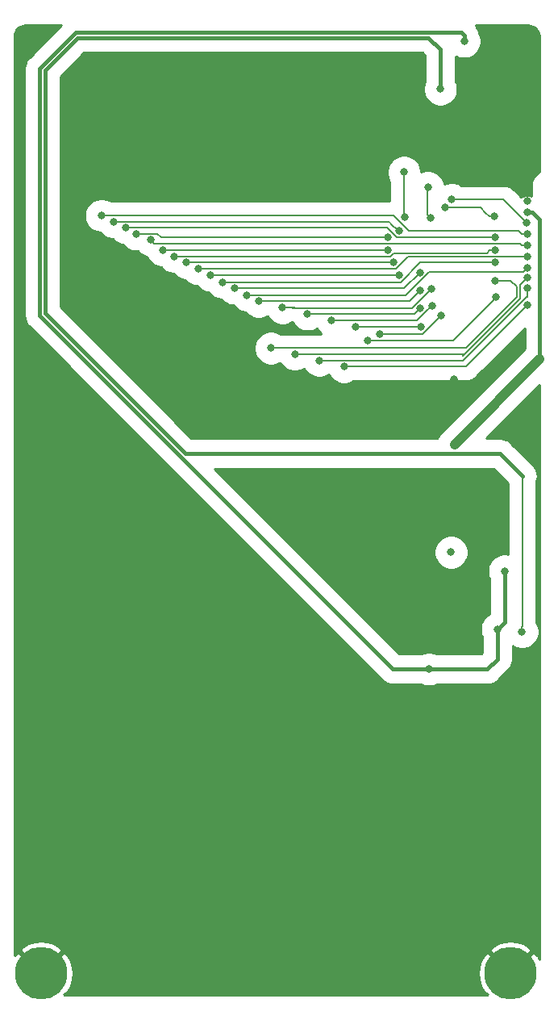
<source format=gbr>
G04 #@! TF.GenerationSoftware,KiCad,Pcbnew,(5.1.4)-1*
G04 #@! TF.CreationDate,2019-12-31T12:49:38+08:00*
G04 #@! TF.ProjectId,FH26W-45S-0.3SHW-DIP,46483236-572d-4343-9553-2d302e335348,rev?*
G04 #@! TF.SameCoordinates,Original*
G04 #@! TF.FileFunction,Copper,L1,Top*
G04 #@! TF.FilePolarity,Positive*
%FSLAX46Y46*%
G04 Gerber Fmt 4.6, Leading zero omitted, Abs format (unit mm)*
G04 Created by KiCad (PCBNEW (5.1.4)-1) date 2019-12-31 12:49:38*
%MOMM*%
%LPD*%
G04 APERTURE LIST*
%ADD10C,5.500000*%
%ADD11C,0.800000*%
%ADD12C,0.400000*%
%ADD13C,0.200000*%
%ADD14C,1.000000*%
%ADD15C,0.254000*%
G04 APERTURE END LIST*
D10*
X148700000Y-126300000D03*
X99400000Y-126300000D03*
D11*
X143840000Y-28500000D03*
X140130000Y-94370000D03*
X147320000Y-90170000D03*
X148082000Y-84074000D03*
X150430000Y-45290000D03*
X145070000Y-35680000D03*
X143910000Y-87340000D03*
X147828000Y-77978000D03*
X138684000Y-76200000D03*
X137414000Y-90424000D03*
X142760000Y-63920000D03*
X145920000Y-27190000D03*
X142470000Y-82110000D03*
X150450000Y-46470000D03*
X142810000Y-70800000D03*
X137520000Y-42240000D03*
X137570000Y-46980000D03*
X147040000Y-46880000D03*
X141860000Y-45950000D03*
X150420000Y-47550000D03*
X142550000Y-45100000D03*
X150460000Y-48720000D03*
X105760000Y-46780000D03*
X147070000Y-49080000D03*
X108310000Y-48080000D03*
X150450000Y-49920000D03*
X110910000Y-49350000D03*
X147070000Y-50419999D03*
X113390000Y-51070000D03*
X150450000Y-51110000D03*
X115920000Y-52380000D03*
X147090000Y-51720000D03*
X118450000Y-53780000D03*
X150430000Y-52310000D03*
X121020000Y-55140000D03*
X147050000Y-53620000D03*
X123570000Y-60690000D03*
X150450000Y-53330000D03*
X126050001Y-61329999D03*
X150470000Y-54370000D03*
X128610000Y-61980000D03*
X131220000Y-62630000D03*
X150470000Y-56200000D03*
X147210000Y-55320000D03*
X133690000Y-59860000D03*
X140030000Y-43850000D03*
X140270000Y-47040000D03*
X137010000Y-48350000D03*
X107000000Y-47430000D03*
X135790000Y-49080000D03*
X109450000Y-48730000D03*
X135785381Y-50405380D03*
X112200000Y-50400000D03*
X136400134Y-51720134D03*
X114690000Y-51720000D03*
X136979759Y-53059759D03*
X117220000Y-53060000D03*
X139175380Y-52745380D03*
X119710000Y-54410000D03*
X139240000Y-54670000D03*
X122250000Y-55790000D03*
X140385760Y-54445760D03*
X124770000Y-56460000D03*
X139245380Y-56505380D03*
X127400000Y-57120000D03*
X140440000Y-56230000D03*
X129910000Y-57770000D03*
X139300000Y-58430000D03*
X132430000Y-58420000D03*
X141430000Y-57260000D03*
X134990000Y-59210000D03*
X141350000Y-33520000D03*
X149920000Y-90440000D03*
D12*
X136370000Y-94370000D02*
X140130000Y-94370000D01*
X143840000Y-28500000D02*
X143840000Y-27910000D01*
X143840000Y-27910000D02*
X143490000Y-27560000D01*
X143490000Y-27560000D02*
X103040000Y-27560000D01*
X103040000Y-27560000D02*
X99270000Y-31330000D01*
X99270000Y-31330000D02*
X99270000Y-57270000D01*
X99270000Y-57270000D02*
X136370000Y-94370000D01*
X147320000Y-90170000D02*
X148082000Y-89408000D01*
X148082000Y-89408000D02*
X148082000Y-84074000D01*
X140130000Y-94370000D02*
X146280000Y-94370000D01*
X147320000Y-93330000D02*
X147320000Y-90170000D01*
X146280000Y-94370000D02*
X147320000Y-93330000D01*
D13*
X150430000Y-41040000D02*
X145070000Y-35680000D01*
X150430000Y-45290000D02*
X150430000Y-41040000D01*
D12*
X151780000Y-47234315D02*
X151780000Y-61830000D01*
X151015685Y-46470000D02*
X151780000Y-47234315D01*
X150450000Y-46470000D02*
X151015685Y-46470000D01*
D14*
X142810000Y-70800000D02*
X151780000Y-61830000D01*
D13*
X137520000Y-42240000D02*
X137520000Y-42805685D01*
X137520000Y-42805685D02*
X137520000Y-46930000D01*
X137520000Y-46930000D02*
X137570000Y-46980000D01*
X147040000Y-46880000D02*
X146474315Y-46880000D01*
X145544314Y-45950000D02*
X146087157Y-46492843D01*
X141860000Y-45950000D02*
X145544314Y-45950000D01*
X146474315Y-46880000D02*
X146087157Y-46492843D01*
X150420000Y-47550000D02*
X147970000Y-45100000D01*
X147970000Y-45100000D02*
X142550000Y-45100000D01*
X106090000Y-46780000D02*
X105760000Y-46780000D01*
X138012002Y-48390000D02*
X136402002Y-46780000D01*
X149894315Y-48720000D02*
X149564315Y-48390000D01*
X136402002Y-46780000D02*
X106090000Y-46780000D01*
X150460000Y-48720000D02*
X149894315Y-48720000D01*
X149564315Y-48390000D02*
X138012002Y-48390000D01*
X136752002Y-49080000D02*
X147070000Y-49080000D01*
X135752001Y-48079999D02*
X136752002Y-49080000D01*
X108310000Y-48080000D02*
X109000001Y-48079999D01*
X109000001Y-48079999D02*
X135752001Y-48079999D01*
X149734313Y-49769998D02*
X149884315Y-49920000D01*
X149710000Y-49730000D02*
X149900000Y-49920000D01*
X131980000Y-49730000D02*
X149710000Y-49730000D01*
X131970000Y-49740000D02*
X131980000Y-49730000D01*
X149900000Y-49920000D02*
X150450000Y-49920000D01*
X149884315Y-49920000D02*
X149900000Y-49920000D01*
X110910000Y-49350000D02*
X111309999Y-49749999D01*
X111309999Y-49749999D02*
X112949999Y-49749999D01*
X112949999Y-49749999D02*
X112959998Y-49740000D01*
X112959998Y-49740000D02*
X131970000Y-49740000D01*
X146204325Y-50719989D02*
X136390011Y-50719989D01*
X147070000Y-50419999D02*
X146504315Y-50419999D01*
X146504315Y-50419999D02*
X146204325Y-50719989D01*
X136390011Y-50719989D02*
X136040001Y-51069999D01*
X113939998Y-51070000D02*
X113939999Y-51069999D01*
X113390000Y-51070000D02*
X113939998Y-51070000D01*
X136040001Y-51069999D02*
X113939999Y-51069999D01*
X113939999Y-51069999D02*
X113780001Y-51069999D01*
X150409999Y-51069999D02*
X137969508Y-51069999D01*
X150450000Y-51110000D02*
X150409999Y-51069999D01*
X137969508Y-51069999D02*
X136659507Y-52380000D01*
X115920000Y-52380000D02*
X117250000Y-52380000D01*
X136659507Y-52380000D02*
X117250000Y-52380000D01*
X117250000Y-52380000D02*
X117110000Y-52380000D01*
X118470000Y-53760000D02*
X118450000Y-53780000D01*
X137198758Y-53760000D02*
X118470000Y-53760000D01*
X147090000Y-51720000D02*
X139238758Y-51720000D01*
X139238758Y-51720000D02*
X137198758Y-53760000D01*
X150030001Y-52709999D02*
X140130001Y-52709999D01*
X150430000Y-52310000D02*
X150030001Y-52709999D01*
X140130001Y-52709999D02*
X137700001Y-55139999D01*
X121239999Y-55139999D02*
X121090000Y-54990000D01*
X121585686Y-55139999D02*
X121710001Y-55139999D01*
X121020000Y-55140000D02*
X121585686Y-55139999D01*
X137700001Y-55139999D02*
X121710001Y-55139999D01*
X121710001Y-55139999D02*
X121239999Y-55139999D01*
X147050000Y-53620000D02*
X148690000Y-53620000D01*
X149330000Y-54260000D02*
X149330000Y-55365012D01*
X148690000Y-53620000D02*
X149330000Y-54260000D01*
X149330000Y-55365012D02*
X144015014Y-60679998D01*
X124819996Y-60690000D02*
X124829998Y-60679998D01*
X123570000Y-60690000D02*
X124819996Y-60690000D01*
X144015014Y-60679998D02*
X124829998Y-60679998D01*
X124829998Y-60679998D02*
X124700002Y-60679998D01*
X150450000Y-53330000D02*
X149720000Y-54060000D01*
X149720000Y-54060000D02*
X149720000Y-55470000D01*
X143945000Y-61245000D02*
X143860001Y-61329999D01*
X143945000Y-61245000D02*
X143700000Y-61490000D01*
X149720000Y-55470000D02*
X143945000Y-61245000D01*
X125910001Y-61329999D02*
X125830000Y-61410000D01*
X143860001Y-61329999D02*
X126050001Y-61329999D01*
X126050001Y-61329999D02*
X125910001Y-61329999D01*
X150470000Y-54935685D02*
X150460000Y-54945685D01*
X150470000Y-54370000D02*
X150470000Y-54935685D01*
X150460000Y-54945685D02*
X150460000Y-55340000D01*
X150470000Y-55237998D02*
X149790000Y-55917998D01*
X150470000Y-54370000D02*
X150470000Y-55237998D01*
X149790000Y-55917998D02*
X149790000Y-55920000D01*
X149790000Y-55920000D02*
X143730001Y-61979999D01*
X143730001Y-61979999D02*
X129560001Y-61979999D01*
X129175685Y-61980000D02*
X128610000Y-61980000D01*
X129300001Y-61979999D02*
X129175685Y-61980000D01*
X129300001Y-61979999D02*
X129200001Y-61979999D01*
X129560001Y-61979999D02*
X129300001Y-61979999D01*
X144040000Y-62630000D02*
X142190000Y-62630000D01*
X150470000Y-56200000D02*
X144040000Y-62630000D01*
X142460000Y-62630000D02*
X142190000Y-62630000D01*
X142190000Y-62630000D02*
X131220000Y-62630000D01*
X146810001Y-55719999D02*
X146800001Y-55719999D01*
X147210000Y-55320000D02*
X146810001Y-55719999D01*
X146800001Y-55719999D02*
X142660000Y-59860000D01*
X142660000Y-59860000D02*
X133690000Y-59860000D01*
X139960000Y-43880000D02*
X139990000Y-43850000D01*
X139960000Y-46730000D02*
X139960000Y-43880000D01*
X140270000Y-47040000D02*
X139960000Y-46730000D01*
X136990000Y-48330000D02*
X136820000Y-48330000D01*
X137010000Y-48350000D02*
X136990000Y-48330000D01*
X136820000Y-48330000D02*
X136200000Y-47710000D01*
X136200000Y-47710000D02*
X136060000Y-47570000D01*
X136060000Y-47570000D02*
X135919999Y-47429999D01*
X107529998Y-47430000D02*
X107529999Y-47429999D01*
X107000000Y-47430000D02*
X107529998Y-47430000D01*
X135919999Y-47429999D02*
X107529999Y-47429999D01*
X107529999Y-47429999D02*
X107220001Y-47429999D01*
X135790000Y-49080000D02*
X125780000Y-49080000D01*
X125780000Y-49080000D02*
X125030000Y-49080000D01*
X125030000Y-49080000D02*
X112020000Y-49080000D01*
X112020000Y-49080000D02*
X111640000Y-48700000D01*
X111640000Y-48700000D02*
X109480000Y-48700000D01*
X109480000Y-48700000D02*
X109450000Y-48730000D01*
X135219696Y-50405380D02*
X135214316Y-50400000D01*
X135785381Y-50405380D02*
X135219696Y-50405380D01*
X135214316Y-50400000D02*
X112650000Y-50400000D01*
X112650000Y-50400000D02*
X112200000Y-50400000D01*
X115289732Y-51720000D02*
X115289866Y-51720134D01*
X114690000Y-51720000D02*
X115289732Y-51720000D01*
X136400134Y-51720134D02*
X115289866Y-51720134D01*
X115289866Y-51720134D02*
X115040134Y-51720134D01*
X118389518Y-53060000D02*
X118389759Y-53059759D01*
X117220000Y-53060000D02*
X118389518Y-53060000D01*
X136979759Y-53059759D02*
X118389759Y-53059759D01*
X118389759Y-53059759D02*
X117629759Y-53059759D01*
X139175380Y-52745380D02*
X137510760Y-54410000D01*
X119710000Y-54410000D02*
X120150000Y-54410000D01*
X137510760Y-54410000D02*
X120150000Y-54410000D01*
X120150000Y-54410000D02*
X119870000Y-54410000D01*
X139240000Y-54670000D02*
X138120000Y-55790000D01*
X122250000Y-55790000D02*
X123050000Y-55790000D01*
X138120000Y-55790000D02*
X123050000Y-55790000D01*
X123050000Y-55790000D02*
X122850000Y-55790000D01*
X140385760Y-54445760D02*
X138611520Y-56220000D01*
X138611520Y-56220000D02*
X138361521Y-56469999D01*
X126040002Y-56460000D02*
X126050001Y-56469999D01*
X124770000Y-56460000D02*
X126040002Y-56460000D01*
X138361521Y-56469999D02*
X126050001Y-56469999D01*
X126050001Y-56469999D02*
X125810001Y-56469999D01*
X138630761Y-57119999D02*
X129340001Y-57119999D01*
X139245380Y-56505380D02*
X138630761Y-57119999D01*
X129340001Y-57119999D02*
X129340000Y-57120000D01*
X129340000Y-57120000D02*
X127400000Y-57120000D01*
X140040001Y-56629999D02*
X140440000Y-56230000D01*
X138900001Y-57769999D02*
X140040001Y-56629999D01*
X129910000Y-57770000D02*
X130490001Y-57769999D01*
X130490001Y-57769999D02*
X138900001Y-57769999D01*
X132440000Y-58430000D02*
X132430000Y-58420000D01*
X139300000Y-58430000D02*
X132440000Y-58430000D01*
X141430000Y-57260000D02*
X139480000Y-59210000D01*
X139480000Y-59210000D02*
X135010000Y-59210000D01*
D12*
X141350000Y-33520000D02*
X141350000Y-29360000D01*
X141350000Y-29360000D02*
X140100010Y-28110010D01*
X140100010Y-28110010D02*
X103267820Y-28110010D01*
X103267820Y-28110010D02*
X99820010Y-31557820D01*
X99820010Y-31557820D02*
X99820010Y-57042180D01*
D13*
X149920000Y-90440000D02*
X149920000Y-89874315D01*
X149920000Y-89874315D02*
X149930000Y-89864315D01*
X149930000Y-89864315D02*
X149930000Y-74080000D01*
D12*
X147616085Y-71766085D02*
X114543915Y-71766085D01*
X149930000Y-74080000D02*
X147616085Y-71766085D01*
X99820010Y-57042180D02*
X114543915Y-71766085D01*
D15*
G36*
X101519346Y-26822156D02*
G01*
X98196230Y-30145272D01*
X98135287Y-30195287D01*
X97935718Y-30438462D01*
X97787426Y-30715899D01*
X97696107Y-31016934D01*
X97673000Y-31251546D01*
X97673000Y-31251553D01*
X97665274Y-31330000D01*
X97673000Y-31408447D01*
X97673001Y-57191543D01*
X97665274Y-57270000D01*
X97696107Y-57583066D01*
X97787427Y-57884102D01*
X97935718Y-58161538D01*
X98085275Y-58343773D01*
X98085278Y-58343776D01*
X98135288Y-58404713D01*
X98196225Y-58454723D01*
X135185277Y-95443776D01*
X135235287Y-95504713D01*
X135478461Y-95704282D01*
X135755898Y-95852574D01*
X136056933Y-95943893D01*
X136291545Y-95967000D01*
X136291552Y-95967000D01*
X136369999Y-95974726D01*
X136448446Y-95967000D01*
X139289711Y-95967000D01*
X139605834Y-96097942D01*
X139953011Y-96167000D01*
X140306989Y-96167000D01*
X140654166Y-96097942D01*
X140970289Y-95967000D01*
X146201553Y-95967000D01*
X146280000Y-95974726D01*
X146358447Y-95967000D01*
X146358455Y-95967000D01*
X146593067Y-95943893D01*
X146894102Y-95852574D01*
X147171539Y-95704282D01*
X147414713Y-95504713D01*
X147464728Y-95443770D01*
X148393771Y-94514727D01*
X148454713Y-94464713D01*
X148654282Y-94221539D01*
X148802574Y-93944102D01*
X148893893Y-93643067D01*
X148917000Y-93408455D01*
X148917000Y-93408448D01*
X148924726Y-93330001D01*
X148917000Y-93251554D01*
X148917000Y-91931051D01*
X149068801Y-92032481D01*
X149395834Y-92167942D01*
X149743011Y-92237000D01*
X150096989Y-92237000D01*
X150444166Y-92167942D01*
X150771199Y-92032481D01*
X151065521Y-91835821D01*
X151315821Y-91585521D01*
X151512481Y-91291199D01*
X151647942Y-90964166D01*
X151717000Y-90616989D01*
X151717000Y-90263011D01*
X151647942Y-89915834D01*
X151512481Y-89588801D01*
X151427000Y-89460870D01*
X151427000Y-74646543D01*
X151503893Y-74393066D01*
X151534726Y-74080000D01*
X151503893Y-73766933D01*
X151412573Y-73465897D01*
X151264282Y-73188461D01*
X151114725Y-73006226D01*
X148800812Y-70692314D01*
X148750798Y-70631372D01*
X148507624Y-70431803D01*
X148230187Y-70283511D01*
X147929152Y-70192192D01*
X147694540Y-70169085D01*
X147694532Y-70169085D01*
X147616085Y-70161359D01*
X147537638Y-70169085D01*
X146123677Y-70169085D01*
X151777825Y-64514938D01*
X151775932Y-124874650D01*
X151531772Y-124415738D01*
X151524503Y-124404859D01*
X151080928Y-124098677D01*
X148879605Y-126300000D01*
X148893748Y-126314143D01*
X148714143Y-126493748D01*
X148700000Y-126479605D01*
X148685858Y-126493748D01*
X148506253Y-126314143D01*
X148520395Y-126300000D01*
X146319072Y-124098677D01*
X145875497Y-124404859D01*
X145560046Y-124992306D01*
X145365260Y-125630008D01*
X145298628Y-126293457D01*
X145362708Y-126957158D01*
X145555038Y-127595605D01*
X145868228Y-128184262D01*
X145875497Y-128195141D01*
X146319070Y-128501322D01*
X146242392Y-128578000D01*
X101857608Y-128578000D01*
X101780930Y-128501322D01*
X102224503Y-128195141D01*
X102539954Y-127607694D01*
X102734740Y-126969992D01*
X102801372Y-126306543D01*
X102737292Y-125642842D01*
X102544962Y-125004395D01*
X102231772Y-124415738D01*
X102224503Y-124404859D01*
X101780928Y-124098677D01*
X99579605Y-126300000D01*
X99593748Y-126314143D01*
X99414143Y-126493748D01*
X99400000Y-126479605D01*
X99385858Y-126493748D01*
X99206253Y-126314143D01*
X99220395Y-126300000D01*
X97019072Y-124098677D01*
X96622057Y-124372720D01*
X96622063Y-123919072D01*
X97198677Y-123919072D01*
X99400000Y-126120395D01*
X101601323Y-123919072D01*
X146498677Y-123919072D01*
X148700000Y-126120395D01*
X150901323Y-123919072D01*
X150595141Y-123475497D01*
X150007694Y-123160046D01*
X149369992Y-122965260D01*
X148706543Y-122898628D01*
X148042842Y-122962708D01*
X147404395Y-123155038D01*
X146815738Y-123468228D01*
X146804859Y-123475497D01*
X146498677Y-123919072D01*
X101601323Y-123919072D01*
X101295141Y-123475497D01*
X100707694Y-123160046D01*
X100069992Y-122965260D01*
X99406543Y-122898628D01*
X98742842Y-122962708D01*
X98104395Y-123155038D01*
X97515738Y-123468228D01*
X97504859Y-123475497D01*
X97198677Y-123919072D01*
X96622063Y-123919072D01*
X96623484Y-28031168D01*
X96642673Y-27728275D01*
X96696164Y-27526178D01*
X96787892Y-27338318D01*
X96914363Y-27171850D01*
X97070753Y-27033122D01*
X97251117Y-26927409D01*
X97448576Y-26858744D01*
X97710175Y-26822095D01*
X97714725Y-26822000D01*
X101519346Y-26822156D01*
X101519346Y-26822156D01*
G37*
X101519346Y-26822156D02*
X98196230Y-30145272D01*
X98135287Y-30195287D01*
X97935718Y-30438462D01*
X97787426Y-30715899D01*
X97696107Y-31016934D01*
X97673000Y-31251546D01*
X97673000Y-31251553D01*
X97665274Y-31330000D01*
X97673000Y-31408447D01*
X97673001Y-57191543D01*
X97665274Y-57270000D01*
X97696107Y-57583066D01*
X97787427Y-57884102D01*
X97935718Y-58161538D01*
X98085275Y-58343773D01*
X98085278Y-58343776D01*
X98135288Y-58404713D01*
X98196225Y-58454723D01*
X135185277Y-95443776D01*
X135235287Y-95504713D01*
X135478461Y-95704282D01*
X135755898Y-95852574D01*
X136056933Y-95943893D01*
X136291545Y-95967000D01*
X136291552Y-95967000D01*
X136369999Y-95974726D01*
X136448446Y-95967000D01*
X139289711Y-95967000D01*
X139605834Y-96097942D01*
X139953011Y-96167000D01*
X140306989Y-96167000D01*
X140654166Y-96097942D01*
X140970289Y-95967000D01*
X146201553Y-95967000D01*
X146280000Y-95974726D01*
X146358447Y-95967000D01*
X146358455Y-95967000D01*
X146593067Y-95943893D01*
X146894102Y-95852574D01*
X147171539Y-95704282D01*
X147414713Y-95504713D01*
X147464728Y-95443770D01*
X148393771Y-94514727D01*
X148454713Y-94464713D01*
X148654282Y-94221539D01*
X148802574Y-93944102D01*
X148893893Y-93643067D01*
X148917000Y-93408455D01*
X148917000Y-93408448D01*
X148924726Y-93330001D01*
X148917000Y-93251554D01*
X148917000Y-91931051D01*
X149068801Y-92032481D01*
X149395834Y-92167942D01*
X149743011Y-92237000D01*
X150096989Y-92237000D01*
X150444166Y-92167942D01*
X150771199Y-92032481D01*
X151065521Y-91835821D01*
X151315821Y-91585521D01*
X151512481Y-91291199D01*
X151647942Y-90964166D01*
X151717000Y-90616989D01*
X151717000Y-90263011D01*
X151647942Y-89915834D01*
X151512481Y-89588801D01*
X151427000Y-89460870D01*
X151427000Y-74646543D01*
X151503893Y-74393066D01*
X151534726Y-74080000D01*
X151503893Y-73766933D01*
X151412573Y-73465897D01*
X151264282Y-73188461D01*
X151114725Y-73006226D01*
X148800812Y-70692314D01*
X148750798Y-70631372D01*
X148507624Y-70431803D01*
X148230187Y-70283511D01*
X147929152Y-70192192D01*
X147694540Y-70169085D01*
X147694532Y-70169085D01*
X147616085Y-70161359D01*
X147537638Y-70169085D01*
X146123677Y-70169085D01*
X151777825Y-64514938D01*
X151775932Y-124874650D01*
X151531772Y-124415738D01*
X151524503Y-124404859D01*
X151080928Y-124098677D01*
X148879605Y-126300000D01*
X148893748Y-126314143D01*
X148714143Y-126493748D01*
X148700000Y-126479605D01*
X148685858Y-126493748D01*
X148506253Y-126314143D01*
X148520395Y-126300000D01*
X146319072Y-124098677D01*
X145875497Y-124404859D01*
X145560046Y-124992306D01*
X145365260Y-125630008D01*
X145298628Y-126293457D01*
X145362708Y-126957158D01*
X145555038Y-127595605D01*
X145868228Y-128184262D01*
X145875497Y-128195141D01*
X146319070Y-128501322D01*
X146242392Y-128578000D01*
X101857608Y-128578000D01*
X101780930Y-128501322D01*
X102224503Y-128195141D01*
X102539954Y-127607694D01*
X102734740Y-126969992D01*
X102801372Y-126306543D01*
X102737292Y-125642842D01*
X102544962Y-125004395D01*
X102231772Y-124415738D01*
X102224503Y-124404859D01*
X101780928Y-124098677D01*
X99579605Y-126300000D01*
X99593748Y-126314143D01*
X99414143Y-126493748D01*
X99400000Y-126479605D01*
X99385858Y-126493748D01*
X99206253Y-126314143D01*
X99220395Y-126300000D01*
X97019072Y-124098677D01*
X96622057Y-124372720D01*
X96622063Y-123919072D01*
X97198677Y-123919072D01*
X99400000Y-126120395D01*
X101601323Y-123919072D01*
X146498677Y-123919072D01*
X148700000Y-126120395D01*
X150901323Y-123919072D01*
X150595141Y-123475497D01*
X150007694Y-123160046D01*
X149369992Y-122965260D01*
X148706543Y-122898628D01*
X148042842Y-122962708D01*
X147404395Y-123155038D01*
X146815738Y-123468228D01*
X146804859Y-123475497D01*
X146498677Y-123919072D01*
X101601323Y-123919072D01*
X101295141Y-123475497D01*
X100707694Y-123160046D01*
X100069992Y-122965260D01*
X99406543Y-122898628D01*
X98742842Y-122962708D01*
X98104395Y-123155038D01*
X97515738Y-123468228D01*
X97504859Y-123475497D01*
X97198677Y-123919072D01*
X96622063Y-123919072D01*
X96623484Y-28031168D01*
X96642673Y-27728275D01*
X96696164Y-27526178D01*
X96787892Y-27338318D01*
X96914363Y-27171850D01*
X97070753Y-27033122D01*
X97251117Y-26927409D01*
X97448576Y-26858744D01*
X97710175Y-26822095D01*
X97714725Y-26822000D01*
X101519346Y-26822156D01*
G36*
X148433001Y-74841500D02*
G01*
X148433000Y-82311613D01*
X148258989Y-82277000D01*
X147905011Y-82277000D01*
X147557834Y-82346058D01*
X147230801Y-82481519D01*
X146936479Y-82678179D01*
X146686179Y-82928479D01*
X146489519Y-83222801D01*
X146354058Y-83549834D01*
X146285000Y-83897011D01*
X146285000Y-84250989D01*
X146354058Y-84598166D01*
X146485001Y-84914291D01*
X146485000Y-88570809D01*
X146468801Y-88577519D01*
X146174479Y-88774179D01*
X145924179Y-89024479D01*
X145727519Y-89318801D01*
X145592058Y-89645834D01*
X145523000Y-89993011D01*
X145523000Y-90346989D01*
X145592058Y-90694166D01*
X145723001Y-91010291D01*
X145723000Y-92668502D01*
X145618502Y-92773000D01*
X140970289Y-92773000D01*
X140654166Y-92642058D01*
X140306989Y-92573000D01*
X139953011Y-92573000D01*
X139605834Y-92642058D01*
X139289711Y-92773000D01*
X137031499Y-92773000D01*
X126191510Y-81933011D01*
X140673000Y-81933011D01*
X140673000Y-82286989D01*
X140742058Y-82634166D01*
X140877519Y-82961199D01*
X141074179Y-83255521D01*
X141324479Y-83505821D01*
X141618801Y-83702481D01*
X141945834Y-83837942D01*
X142293011Y-83907000D01*
X142646989Y-83907000D01*
X142994166Y-83837942D01*
X143321199Y-83702481D01*
X143615521Y-83505821D01*
X143865821Y-83255521D01*
X144062481Y-82961199D01*
X144197942Y-82634166D01*
X144267000Y-82286989D01*
X144267000Y-81933011D01*
X144197942Y-81585834D01*
X144062481Y-81258801D01*
X143865821Y-80964479D01*
X143615521Y-80714179D01*
X143321199Y-80517519D01*
X142994166Y-80382058D01*
X142646989Y-80313000D01*
X142293011Y-80313000D01*
X141945834Y-80382058D01*
X141618801Y-80517519D01*
X141324479Y-80714179D01*
X141074179Y-80964479D01*
X140877519Y-81258801D01*
X140742058Y-81585834D01*
X140673000Y-81933011D01*
X126191510Y-81933011D01*
X117621583Y-73363085D01*
X146954587Y-73363085D01*
X148433001Y-74841500D01*
X148433001Y-74841500D01*
G37*
X148433001Y-74841500D02*
X148433000Y-82311613D01*
X148258989Y-82277000D01*
X147905011Y-82277000D01*
X147557834Y-82346058D01*
X147230801Y-82481519D01*
X146936479Y-82678179D01*
X146686179Y-82928479D01*
X146489519Y-83222801D01*
X146354058Y-83549834D01*
X146285000Y-83897011D01*
X146285000Y-84250989D01*
X146354058Y-84598166D01*
X146485001Y-84914291D01*
X146485000Y-88570809D01*
X146468801Y-88577519D01*
X146174479Y-88774179D01*
X145924179Y-89024479D01*
X145727519Y-89318801D01*
X145592058Y-89645834D01*
X145523000Y-89993011D01*
X145523000Y-90346989D01*
X145592058Y-90694166D01*
X145723001Y-91010291D01*
X145723000Y-92668502D01*
X145618502Y-92773000D01*
X140970289Y-92773000D01*
X140654166Y-92642058D01*
X140306989Y-92573000D01*
X139953011Y-92573000D01*
X139605834Y-92642058D01*
X139289711Y-92773000D01*
X137031499Y-92773000D01*
X126191510Y-81933011D01*
X140673000Y-81933011D01*
X140673000Y-82286989D01*
X140742058Y-82634166D01*
X140877519Y-82961199D01*
X141074179Y-83255521D01*
X141324479Y-83505821D01*
X141618801Y-83702481D01*
X141945834Y-83837942D01*
X142293011Y-83907000D01*
X142646989Y-83907000D01*
X142994166Y-83837942D01*
X143321199Y-83702481D01*
X143615521Y-83505821D01*
X143865821Y-83255521D01*
X144062481Y-82961199D01*
X144197942Y-82634166D01*
X144267000Y-82286989D01*
X144267000Y-81933011D01*
X144197942Y-81585834D01*
X144062481Y-81258801D01*
X143865821Y-80964479D01*
X143615521Y-80714179D01*
X143321199Y-80517519D01*
X142994166Y-80382058D01*
X142646989Y-80313000D01*
X142293011Y-80313000D01*
X141945834Y-80382058D01*
X141618801Y-80517519D01*
X141324479Y-80714179D01*
X141074179Y-80964479D01*
X140877519Y-81258801D01*
X140742058Y-81585834D01*
X140673000Y-81933011D01*
X126191510Y-81933011D01*
X117621583Y-73363085D01*
X146954587Y-73363085D01*
X148433001Y-74841500D01*
G36*
X150509809Y-26824152D02*
G01*
X150796547Y-26863893D01*
X151030995Y-26945034D01*
X151245219Y-27070170D01*
X151431054Y-27234529D01*
X151581426Y-27431852D01*
X151690606Y-27654625D01*
X151757483Y-27905804D01*
X151778005Y-28157855D01*
X151779234Y-42193579D01*
X151522729Y-42393072D01*
X151506157Y-42401930D01*
X151412293Y-42478962D01*
X151371867Y-42510403D01*
X151358329Y-42523249D01*
X151289629Y-42579630D01*
X151256951Y-42619448D01*
X151219594Y-42654897D01*
X151168306Y-42727463D01*
X151111930Y-42796158D01*
X151087651Y-42841580D01*
X151057923Y-42883642D01*
X151021777Y-42964822D01*
X150979887Y-43043192D01*
X150964935Y-43092481D01*
X150943986Y-43139531D01*
X150924372Y-43226202D01*
X150898576Y-43311240D01*
X150893528Y-43362497D01*
X150882159Y-43412732D01*
X150879831Y-43501559D01*
X150878000Y-43520148D01*
X150878000Y-43571414D01*
X150874820Y-43692744D01*
X150878000Y-43711254D01*
X150878000Y-44722929D01*
X150626989Y-44673000D01*
X150273011Y-44673000D01*
X149925834Y-44742058D01*
X149786747Y-44799670D01*
X149080539Y-44093462D01*
X149033660Y-44036340D01*
X148805713Y-43849268D01*
X148545649Y-43710261D01*
X148263463Y-43624661D01*
X148043538Y-43603000D01*
X148043530Y-43603000D01*
X147970000Y-43595758D01*
X147896470Y-43603000D01*
X143544096Y-43603000D01*
X143401199Y-43507519D01*
X143074166Y-43372058D01*
X142726989Y-43303000D01*
X142373011Y-43303000D01*
X142025834Y-43372058D01*
X141786829Y-43471057D01*
X141757942Y-43325834D01*
X141622481Y-42998801D01*
X141425821Y-42704479D01*
X141175521Y-42454179D01*
X140881199Y-42257519D01*
X140554166Y-42122058D01*
X140206989Y-42053000D01*
X139853011Y-42053000D01*
X139505834Y-42122058D01*
X139317000Y-42200275D01*
X139317000Y-42063011D01*
X139247942Y-41715834D01*
X139112481Y-41388801D01*
X138915821Y-41094479D01*
X138665521Y-40844179D01*
X138371199Y-40647519D01*
X138044166Y-40512058D01*
X137696989Y-40443000D01*
X137343011Y-40443000D01*
X136995834Y-40512058D01*
X136668801Y-40647519D01*
X136374479Y-40844179D01*
X136124179Y-41094479D01*
X135927519Y-41388801D01*
X135792058Y-41715834D01*
X135723000Y-42063011D01*
X135723000Y-42416989D01*
X135792058Y-42764166D01*
X135927519Y-43091199D01*
X136023000Y-43234096D01*
X136023001Y-45283000D01*
X106754096Y-45283000D01*
X106611199Y-45187519D01*
X106284166Y-45052058D01*
X105936989Y-44983000D01*
X105583011Y-44983000D01*
X105235834Y-45052058D01*
X104908801Y-45187519D01*
X104614479Y-45384179D01*
X104364179Y-45634479D01*
X104167519Y-45928801D01*
X104032058Y-46255834D01*
X103963000Y-46603011D01*
X103963000Y-46956989D01*
X104032058Y-47304166D01*
X104167519Y-47631199D01*
X104364179Y-47925521D01*
X104614479Y-48175821D01*
X104908801Y-48372481D01*
X105235834Y-48507942D01*
X105583011Y-48577000D01*
X105605658Y-48577000D01*
X105854479Y-48825821D01*
X106148801Y-49022481D01*
X106475834Y-49157942D01*
X106823011Y-49227000D01*
X106915658Y-49227000D01*
X107164479Y-49475821D01*
X107458801Y-49672481D01*
X107785834Y-49807942D01*
X108043235Y-49859142D01*
X108054179Y-49875521D01*
X108304479Y-50125821D01*
X108598801Y-50322481D01*
X108925834Y-50457942D01*
X109273011Y-50527000D01*
X109545658Y-50527000D01*
X109764479Y-50745821D01*
X110058801Y-50942481D01*
X110385834Y-51077942D01*
X110549215Y-51110441D01*
X110607519Y-51251199D01*
X110804179Y-51545521D01*
X111054479Y-51795821D01*
X111348801Y-51992481D01*
X111675834Y-52127942D01*
X111975487Y-52187547D01*
X111994179Y-52215521D01*
X112244479Y-52465821D01*
X112538801Y-52662481D01*
X112865834Y-52797942D01*
X113213011Y-52867000D01*
X113295658Y-52867000D01*
X113544479Y-53115821D01*
X113838801Y-53312481D01*
X114165834Y-53447942D01*
X114513011Y-53517000D01*
X114518485Y-53517000D01*
X114524179Y-53525521D01*
X114774479Y-53775821D01*
X115068801Y-53972481D01*
X115395834Y-54107942D01*
X115743011Y-54177000D01*
X115805122Y-54177000D01*
X115824179Y-54205521D01*
X116074479Y-54455821D01*
X116368801Y-54652481D01*
X116695834Y-54787942D01*
X117003089Y-54849059D01*
X117054179Y-54925521D01*
X117304479Y-55175821D01*
X117598801Y-55372481D01*
X117925834Y-55507942D01*
X118273011Y-55577000D01*
X118335658Y-55577000D01*
X118564479Y-55805821D01*
X118858801Y-56002481D01*
X119185834Y-56137942D01*
X119533011Y-56207000D01*
X119571713Y-56207000D01*
X119624179Y-56285521D01*
X119874479Y-56535821D01*
X120168801Y-56732481D01*
X120495834Y-56867942D01*
X120843011Y-56937000D01*
X120855658Y-56937000D01*
X121104479Y-57185821D01*
X121398801Y-57382481D01*
X121725834Y-57517942D01*
X122073011Y-57587000D01*
X122426989Y-57587000D01*
X122774166Y-57517942D01*
X123101199Y-57382481D01*
X123186890Y-57325224D01*
X123374179Y-57605521D01*
X123624479Y-57855821D01*
X123918801Y-58052481D01*
X124245834Y-58187942D01*
X124593011Y-58257000D01*
X124946989Y-58257000D01*
X125294166Y-58187942D01*
X125621199Y-58052481D01*
X125749132Y-57966999D01*
X125805779Y-57966999D01*
X125807519Y-57971199D01*
X126004179Y-58265521D01*
X126254479Y-58515821D01*
X126548801Y-58712481D01*
X126875834Y-58847942D01*
X127223011Y-58917000D01*
X127576989Y-58917000D01*
X127924166Y-58847942D01*
X128251199Y-58712481D01*
X128339216Y-58653670D01*
X128514179Y-58915521D01*
X128764479Y-59165821D01*
X128790186Y-59182998D01*
X124903528Y-59182998D01*
X124829998Y-59175756D01*
X124756468Y-59182998D01*
X124626464Y-59182998D01*
X124559062Y-59189637D01*
X124421199Y-59097519D01*
X124094166Y-58962058D01*
X123746989Y-58893000D01*
X123393011Y-58893000D01*
X123045834Y-58962058D01*
X122718801Y-59097519D01*
X122424479Y-59294179D01*
X122174179Y-59544479D01*
X121977519Y-59838801D01*
X121842058Y-60165834D01*
X121773000Y-60513011D01*
X121773000Y-60866989D01*
X121842058Y-61214166D01*
X121977519Y-61541199D01*
X122174179Y-61835521D01*
X122424479Y-62085821D01*
X122718801Y-62282481D01*
X123045834Y-62417942D01*
X123393011Y-62487000D01*
X123746989Y-62487000D01*
X124094166Y-62417942D01*
X124421199Y-62282481D01*
X124493096Y-62234441D01*
X124654180Y-62475520D01*
X124904480Y-62725820D01*
X125198802Y-62922480D01*
X125525835Y-63057941D01*
X125873012Y-63126999D01*
X126226990Y-63126999D01*
X126574167Y-63057941D01*
X126901200Y-62922480D01*
X127023782Y-62840573D01*
X127214179Y-63125521D01*
X127464479Y-63375821D01*
X127758801Y-63572481D01*
X128085834Y-63707942D01*
X128433011Y-63777000D01*
X128786989Y-63777000D01*
X129134166Y-63707942D01*
X129461199Y-63572481D01*
X129604098Y-63476999D01*
X129625779Y-63476999D01*
X129627519Y-63481199D01*
X129824179Y-63775521D01*
X130074479Y-64025821D01*
X130368801Y-64222481D01*
X130695834Y-64357942D01*
X131043011Y-64427000D01*
X131396989Y-64427000D01*
X131744166Y-64357942D01*
X132071199Y-64222481D01*
X132214096Y-64127000D01*
X143966470Y-64127000D01*
X144040000Y-64134242D01*
X144113530Y-64127000D01*
X144113538Y-64127000D01*
X144333463Y-64105339D01*
X144615649Y-64019739D01*
X144875713Y-63880732D01*
X145103660Y-63693660D01*
X145150539Y-63636538D01*
X150183001Y-58604076D01*
X150183001Y-60744236D01*
X141402727Y-69524511D01*
X141225072Y-69740985D01*
X141048921Y-70070538D01*
X141019027Y-70169085D01*
X115205414Y-70169085D01*
X101417010Y-56380682D01*
X101417010Y-32219318D01*
X103929319Y-29707010D01*
X139438512Y-29707010D01*
X139753001Y-30021499D01*
X139753000Y-32679710D01*
X139622058Y-32995834D01*
X139553000Y-33343011D01*
X139553000Y-33696989D01*
X139622058Y-34044166D01*
X139757519Y-34371199D01*
X139954179Y-34665521D01*
X140204479Y-34915821D01*
X140498801Y-35112481D01*
X140825834Y-35247942D01*
X141173011Y-35317000D01*
X141526989Y-35317000D01*
X141874166Y-35247942D01*
X142201199Y-35112481D01*
X142495521Y-34915821D01*
X142745821Y-34665521D01*
X142942481Y-34371199D01*
X143077942Y-34044166D01*
X143147000Y-33696989D01*
X143147000Y-33343011D01*
X143077942Y-32995834D01*
X142947000Y-32679711D01*
X142947000Y-30064550D01*
X142988801Y-30092481D01*
X143315834Y-30227942D01*
X143663011Y-30297000D01*
X144016989Y-30297000D01*
X144364166Y-30227942D01*
X144691199Y-30092481D01*
X144985521Y-29895821D01*
X145235821Y-29645521D01*
X145432481Y-29351199D01*
X145567942Y-29024166D01*
X145637000Y-28676989D01*
X145637000Y-28323011D01*
X145567942Y-27975834D01*
X145432481Y-27648801D01*
X145416671Y-27625140D01*
X145413893Y-27596934D01*
X145411525Y-27589126D01*
X145380003Y-27485216D01*
X145322574Y-27295898D01*
X145174282Y-27018461D01*
X145014632Y-26823928D01*
X150509809Y-26824152D01*
X150509809Y-26824152D01*
G37*
X150509809Y-26824152D02*
X150796547Y-26863893D01*
X151030995Y-26945034D01*
X151245219Y-27070170D01*
X151431054Y-27234529D01*
X151581426Y-27431852D01*
X151690606Y-27654625D01*
X151757483Y-27905804D01*
X151778005Y-28157855D01*
X151779234Y-42193579D01*
X151522729Y-42393072D01*
X151506157Y-42401930D01*
X151412293Y-42478962D01*
X151371867Y-42510403D01*
X151358329Y-42523249D01*
X151289629Y-42579630D01*
X151256951Y-42619448D01*
X151219594Y-42654897D01*
X151168306Y-42727463D01*
X151111930Y-42796158D01*
X151087651Y-42841580D01*
X151057923Y-42883642D01*
X151021777Y-42964822D01*
X150979887Y-43043192D01*
X150964935Y-43092481D01*
X150943986Y-43139531D01*
X150924372Y-43226202D01*
X150898576Y-43311240D01*
X150893528Y-43362497D01*
X150882159Y-43412732D01*
X150879831Y-43501559D01*
X150878000Y-43520148D01*
X150878000Y-43571414D01*
X150874820Y-43692744D01*
X150878000Y-43711254D01*
X150878000Y-44722929D01*
X150626989Y-44673000D01*
X150273011Y-44673000D01*
X149925834Y-44742058D01*
X149786747Y-44799670D01*
X149080539Y-44093462D01*
X149033660Y-44036340D01*
X148805713Y-43849268D01*
X148545649Y-43710261D01*
X148263463Y-43624661D01*
X148043538Y-43603000D01*
X148043530Y-43603000D01*
X147970000Y-43595758D01*
X147896470Y-43603000D01*
X143544096Y-43603000D01*
X143401199Y-43507519D01*
X143074166Y-43372058D01*
X142726989Y-43303000D01*
X142373011Y-43303000D01*
X142025834Y-43372058D01*
X141786829Y-43471057D01*
X141757942Y-43325834D01*
X141622481Y-42998801D01*
X141425821Y-42704479D01*
X141175521Y-42454179D01*
X140881199Y-42257519D01*
X140554166Y-42122058D01*
X140206989Y-42053000D01*
X139853011Y-42053000D01*
X139505834Y-42122058D01*
X139317000Y-42200275D01*
X139317000Y-42063011D01*
X139247942Y-41715834D01*
X139112481Y-41388801D01*
X138915821Y-41094479D01*
X138665521Y-40844179D01*
X138371199Y-40647519D01*
X138044166Y-40512058D01*
X137696989Y-40443000D01*
X137343011Y-40443000D01*
X136995834Y-40512058D01*
X136668801Y-40647519D01*
X136374479Y-40844179D01*
X136124179Y-41094479D01*
X135927519Y-41388801D01*
X135792058Y-41715834D01*
X135723000Y-42063011D01*
X135723000Y-42416989D01*
X135792058Y-42764166D01*
X135927519Y-43091199D01*
X136023000Y-43234096D01*
X136023001Y-45283000D01*
X106754096Y-45283000D01*
X106611199Y-45187519D01*
X106284166Y-45052058D01*
X105936989Y-44983000D01*
X105583011Y-44983000D01*
X105235834Y-45052058D01*
X104908801Y-45187519D01*
X104614479Y-45384179D01*
X104364179Y-45634479D01*
X104167519Y-45928801D01*
X104032058Y-46255834D01*
X103963000Y-46603011D01*
X103963000Y-46956989D01*
X104032058Y-47304166D01*
X104167519Y-47631199D01*
X104364179Y-47925521D01*
X104614479Y-48175821D01*
X104908801Y-48372481D01*
X105235834Y-48507942D01*
X105583011Y-48577000D01*
X105605658Y-48577000D01*
X105854479Y-48825821D01*
X106148801Y-49022481D01*
X106475834Y-49157942D01*
X106823011Y-49227000D01*
X106915658Y-49227000D01*
X107164479Y-49475821D01*
X107458801Y-49672481D01*
X107785834Y-49807942D01*
X108043235Y-49859142D01*
X108054179Y-49875521D01*
X108304479Y-50125821D01*
X108598801Y-50322481D01*
X108925834Y-50457942D01*
X109273011Y-50527000D01*
X109545658Y-50527000D01*
X109764479Y-50745821D01*
X110058801Y-50942481D01*
X110385834Y-51077942D01*
X110549215Y-51110441D01*
X110607519Y-51251199D01*
X110804179Y-51545521D01*
X111054479Y-51795821D01*
X111348801Y-51992481D01*
X111675834Y-52127942D01*
X111975487Y-52187547D01*
X111994179Y-52215521D01*
X112244479Y-52465821D01*
X112538801Y-52662481D01*
X112865834Y-52797942D01*
X113213011Y-52867000D01*
X113295658Y-52867000D01*
X113544479Y-53115821D01*
X113838801Y-53312481D01*
X114165834Y-53447942D01*
X114513011Y-53517000D01*
X114518485Y-53517000D01*
X114524179Y-53525521D01*
X114774479Y-53775821D01*
X115068801Y-53972481D01*
X115395834Y-54107942D01*
X115743011Y-54177000D01*
X115805122Y-54177000D01*
X115824179Y-54205521D01*
X116074479Y-54455821D01*
X116368801Y-54652481D01*
X116695834Y-54787942D01*
X117003089Y-54849059D01*
X117054179Y-54925521D01*
X117304479Y-55175821D01*
X117598801Y-55372481D01*
X117925834Y-55507942D01*
X118273011Y-55577000D01*
X118335658Y-55577000D01*
X118564479Y-55805821D01*
X118858801Y-56002481D01*
X119185834Y-56137942D01*
X119533011Y-56207000D01*
X119571713Y-56207000D01*
X119624179Y-56285521D01*
X119874479Y-56535821D01*
X120168801Y-56732481D01*
X120495834Y-56867942D01*
X120843011Y-56937000D01*
X120855658Y-56937000D01*
X121104479Y-57185821D01*
X121398801Y-57382481D01*
X121725834Y-57517942D01*
X122073011Y-57587000D01*
X122426989Y-57587000D01*
X122774166Y-57517942D01*
X123101199Y-57382481D01*
X123186890Y-57325224D01*
X123374179Y-57605521D01*
X123624479Y-57855821D01*
X123918801Y-58052481D01*
X124245834Y-58187942D01*
X124593011Y-58257000D01*
X124946989Y-58257000D01*
X125294166Y-58187942D01*
X125621199Y-58052481D01*
X125749132Y-57966999D01*
X125805779Y-57966999D01*
X125807519Y-57971199D01*
X126004179Y-58265521D01*
X126254479Y-58515821D01*
X126548801Y-58712481D01*
X126875834Y-58847942D01*
X127223011Y-58917000D01*
X127576989Y-58917000D01*
X127924166Y-58847942D01*
X128251199Y-58712481D01*
X128339216Y-58653670D01*
X128514179Y-58915521D01*
X128764479Y-59165821D01*
X128790186Y-59182998D01*
X124903528Y-59182998D01*
X124829998Y-59175756D01*
X124756468Y-59182998D01*
X124626464Y-59182998D01*
X124559062Y-59189637D01*
X124421199Y-59097519D01*
X124094166Y-58962058D01*
X123746989Y-58893000D01*
X123393011Y-58893000D01*
X123045834Y-58962058D01*
X122718801Y-59097519D01*
X122424479Y-59294179D01*
X122174179Y-59544479D01*
X121977519Y-59838801D01*
X121842058Y-60165834D01*
X121773000Y-60513011D01*
X121773000Y-60866989D01*
X121842058Y-61214166D01*
X121977519Y-61541199D01*
X122174179Y-61835521D01*
X122424479Y-62085821D01*
X122718801Y-62282481D01*
X123045834Y-62417942D01*
X123393011Y-62487000D01*
X123746989Y-62487000D01*
X124094166Y-62417942D01*
X124421199Y-62282481D01*
X124493096Y-62234441D01*
X124654180Y-62475520D01*
X124904480Y-62725820D01*
X125198802Y-62922480D01*
X125525835Y-63057941D01*
X125873012Y-63126999D01*
X126226990Y-63126999D01*
X126574167Y-63057941D01*
X126901200Y-62922480D01*
X127023782Y-62840573D01*
X127214179Y-63125521D01*
X127464479Y-63375821D01*
X127758801Y-63572481D01*
X128085834Y-63707942D01*
X128433011Y-63777000D01*
X128786989Y-63777000D01*
X129134166Y-63707942D01*
X129461199Y-63572481D01*
X129604098Y-63476999D01*
X129625779Y-63476999D01*
X129627519Y-63481199D01*
X129824179Y-63775521D01*
X130074479Y-64025821D01*
X130368801Y-64222481D01*
X130695834Y-64357942D01*
X131043011Y-64427000D01*
X131396989Y-64427000D01*
X131744166Y-64357942D01*
X132071199Y-64222481D01*
X132214096Y-64127000D01*
X143966470Y-64127000D01*
X144040000Y-64134242D01*
X144113530Y-64127000D01*
X144113538Y-64127000D01*
X144333463Y-64105339D01*
X144615649Y-64019739D01*
X144875713Y-63880732D01*
X145103660Y-63693660D01*
X145150539Y-63636538D01*
X150183001Y-58604076D01*
X150183001Y-60744236D01*
X141402727Y-69524511D01*
X141225072Y-69740985D01*
X141048921Y-70070538D01*
X141019027Y-70169085D01*
X115205414Y-70169085D01*
X101417010Y-56380682D01*
X101417010Y-32219318D01*
X103929319Y-29707010D01*
X139438512Y-29707010D01*
X139753001Y-30021499D01*
X139753000Y-32679710D01*
X139622058Y-32995834D01*
X139553000Y-33343011D01*
X139553000Y-33696989D01*
X139622058Y-34044166D01*
X139757519Y-34371199D01*
X139954179Y-34665521D01*
X140204479Y-34915821D01*
X140498801Y-35112481D01*
X140825834Y-35247942D01*
X141173011Y-35317000D01*
X141526989Y-35317000D01*
X141874166Y-35247942D01*
X142201199Y-35112481D01*
X142495521Y-34915821D01*
X142745821Y-34665521D01*
X142942481Y-34371199D01*
X143077942Y-34044166D01*
X143147000Y-33696989D01*
X143147000Y-33343011D01*
X143077942Y-32995834D01*
X142947000Y-32679711D01*
X142947000Y-30064550D01*
X142988801Y-30092481D01*
X143315834Y-30227942D01*
X143663011Y-30297000D01*
X144016989Y-30297000D01*
X144364166Y-30227942D01*
X144691199Y-30092481D01*
X144985521Y-29895821D01*
X145235821Y-29645521D01*
X145432481Y-29351199D01*
X145567942Y-29024166D01*
X145637000Y-28676989D01*
X145637000Y-28323011D01*
X145567942Y-27975834D01*
X145432481Y-27648801D01*
X145416671Y-27625140D01*
X145413893Y-27596934D01*
X145411525Y-27589126D01*
X145380003Y-27485216D01*
X145322574Y-27295898D01*
X145174282Y-27018461D01*
X145014632Y-26823928D01*
X150509809Y-26824152D01*
M02*

</source>
